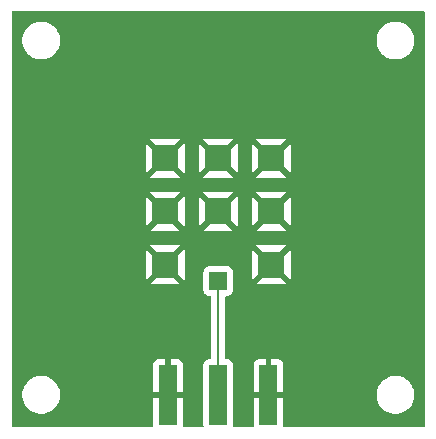
<source format=gbr>
%TF.GenerationSoftware,KiCad,Pcbnew,8.0.3*%
%TF.CreationDate,2024-10-28T17:10:34-04:00*%
%TF.ProjectId,PatchAntennaBreakout,50617463-6841-46e7-9465-6e6e61427265,rev?*%
%TF.SameCoordinates,Original*%
%TF.FileFunction,Copper,L1,Top*%
%TF.FilePolarity,Positive*%
%FSLAX46Y46*%
G04 Gerber Fmt 4.6, Leading zero omitted, Abs format (unit mm)*
G04 Created by KiCad (PCBNEW 8.0.3) date 2024-10-28 17:10:34*
%MOMM*%
%LPD*%
G01*
G04 APERTURE LIST*
%TA.AperFunction,SMDPad,CuDef*%
%ADD10R,1.500000X5.080000*%
%TD*%
%TA.AperFunction,SMDPad,CuDef*%
%ADD11R,1.500000X1.500000*%
%TD*%
%TA.AperFunction,SMDPad,CuDef*%
%ADD12R,2.300000X2.300000*%
%TD*%
%TA.AperFunction,ViaPad*%
%ADD13C,0.600000*%
%TD*%
%TA.AperFunction,Conductor*%
%ADD14C,0.200000*%
%TD*%
G04 APERTURE END LIST*
D10*
%TO.P,J1,1,In*%
%TO.N,Net-(AE1-FEED)*%
X137000000Y-101000000D03*
%TO.P,J1,2,Ext*%
%TO.N,Net-(J1-Ext)*%
X141250000Y-101000000D03*
X132750000Y-101000000D03*
%TD*%
D11*
%TO.P,AE1,1,FEED*%
%TO.N,Net-(AE1-FEED)*%
X137000000Y-91365000D03*
D12*
%TO.P,AE1,2,PCB_Trace*%
%TO.N,Net-(J1-Ext)*%
X132500000Y-89965000D03*
%TO.P,AE1,3,PCB_Trace*%
X141500000Y-89965000D03*
%TO.P,AE1,4,PCB_Trace*%
X132500000Y-85465000D03*
%TO.P,AE1,5,PCB_Trace*%
X137000000Y-85465000D03*
%TO.P,AE1,6,PCB_Trace*%
X141500000Y-85465000D03*
%TO.P,AE1,7,PCB_Trace*%
X132500000Y-80965000D03*
%TO.P,AE1,8,PCB_Trace*%
X137000000Y-80965000D03*
%TO.P,AE1,9,PCB_Trace*%
X141500000Y-80965000D03*
%TD*%
D13*
%TO.N,Net-(J1-Ext)*%
X148000000Y-81000000D03*
X130000000Y-96000000D03*
X137000000Y-70000000D03*
X153000000Y-77000000D03*
X129000000Y-102000000D03*
X126000000Y-89000000D03*
X132000000Y-75000000D03*
X121000000Y-85000000D03*
X153000000Y-93000000D03*
X148000000Y-90000000D03*
X144000000Y-96000000D03*
X121000000Y-93000000D03*
X153000000Y-85000000D03*
X121000000Y-77000000D03*
X129000000Y-70000000D03*
X142000000Y-75000000D03*
X145000000Y-102000000D03*
X126000000Y-81000000D03*
X145000000Y-70000000D03*
%TD*%
D14*
%TO.N,Net-(AE1-FEED)*%
X137000000Y-91365000D02*
X137000000Y-101000000D01*
%TD*%
%TA.AperFunction,Conductor*%
%TO.N,Net-(J1-Ext)*%
G36*
X154442539Y-68520185D02*
G01*
X154488294Y-68572989D01*
X154499500Y-68624500D01*
X154499500Y-103625500D01*
X154479815Y-103692539D01*
X154427011Y-103738294D01*
X154375500Y-103749500D01*
X142620665Y-103749500D01*
X142553626Y-103729815D01*
X142507871Y-103677011D01*
X142497375Y-103612245D01*
X142499999Y-103587828D01*
X142500000Y-103587827D01*
X142500000Y-101250000D01*
X140000000Y-101250000D01*
X140000000Y-103587828D01*
X140002625Y-103612245D01*
X139990219Y-103681005D01*
X139942608Y-103732142D01*
X139879335Y-103749500D01*
X138371169Y-103749500D01*
X138304130Y-103729815D01*
X138258375Y-103677011D01*
X138247879Y-103612247D01*
X138250500Y-103587873D01*
X138250499Y-100874038D01*
X150399500Y-100874038D01*
X150399500Y-101125961D01*
X150438910Y-101374785D01*
X150516760Y-101614383D01*
X150631132Y-101838848D01*
X150779201Y-102042649D01*
X150779205Y-102042654D01*
X150957345Y-102220794D01*
X150957350Y-102220798D01*
X151135117Y-102349952D01*
X151161155Y-102368870D01*
X151304184Y-102441747D01*
X151385616Y-102483239D01*
X151385618Y-102483239D01*
X151385621Y-102483241D01*
X151625215Y-102561090D01*
X151874038Y-102600500D01*
X151874039Y-102600500D01*
X152125961Y-102600500D01*
X152125962Y-102600500D01*
X152374785Y-102561090D01*
X152614379Y-102483241D01*
X152838845Y-102368870D01*
X153042656Y-102220793D01*
X153220793Y-102042656D01*
X153368870Y-101838845D01*
X153483241Y-101614379D01*
X153561090Y-101374785D01*
X153600500Y-101125962D01*
X153600500Y-100874038D01*
X153561090Y-100625215D01*
X153483241Y-100385621D01*
X153483239Y-100385618D01*
X153483239Y-100385616D01*
X153441747Y-100304184D01*
X153368870Y-100161155D01*
X153349952Y-100135117D01*
X153220798Y-99957350D01*
X153220794Y-99957345D01*
X153042654Y-99779205D01*
X153042649Y-99779201D01*
X152838848Y-99631132D01*
X152838847Y-99631131D01*
X152838845Y-99631130D01*
X152768747Y-99595413D01*
X152614383Y-99516760D01*
X152374785Y-99438910D01*
X152125962Y-99399500D01*
X151874038Y-99399500D01*
X151749626Y-99419205D01*
X151625214Y-99438910D01*
X151385616Y-99516760D01*
X151161151Y-99631132D01*
X150957350Y-99779201D01*
X150957345Y-99779205D01*
X150779205Y-99957345D01*
X150779201Y-99957350D01*
X150631132Y-100161151D01*
X150516760Y-100385616D01*
X150438910Y-100625214D01*
X150399500Y-100874038D01*
X138250499Y-100874038D01*
X138250499Y-98412155D01*
X140000000Y-98412155D01*
X140000000Y-100750000D01*
X141000000Y-100750000D01*
X141500000Y-100750000D01*
X142500000Y-100750000D01*
X142500000Y-98412172D01*
X142499999Y-98412155D01*
X142493598Y-98352627D01*
X142493596Y-98352620D01*
X142443354Y-98217913D01*
X142443350Y-98217906D01*
X142357190Y-98102812D01*
X142357187Y-98102809D01*
X142242093Y-98016649D01*
X142242086Y-98016645D01*
X142107379Y-97966403D01*
X142107372Y-97966401D01*
X142047844Y-97960000D01*
X141500000Y-97960000D01*
X141500000Y-100750000D01*
X141000000Y-100750000D01*
X141000000Y-97960000D01*
X140452155Y-97960000D01*
X140392627Y-97966401D01*
X140392620Y-97966403D01*
X140257913Y-98016645D01*
X140257906Y-98016649D01*
X140142812Y-98102809D01*
X140142809Y-98102812D01*
X140056649Y-98217906D01*
X140056645Y-98217913D01*
X140006403Y-98352620D01*
X140006401Y-98352627D01*
X140000000Y-98412155D01*
X138250499Y-98412155D01*
X138250499Y-98412128D01*
X138244091Y-98352517D01*
X138193884Y-98217906D01*
X138193797Y-98217671D01*
X138193793Y-98217664D01*
X138107547Y-98102455D01*
X138107544Y-98102452D01*
X137992335Y-98016206D01*
X137992328Y-98016202D01*
X137857482Y-97965908D01*
X137857483Y-97965908D01*
X137797883Y-97959501D01*
X137797881Y-97959500D01*
X137797873Y-97959500D01*
X137797865Y-97959500D01*
X137724500Y-97959500D01*
X137657461Y-97939815D01*
X137611706Y-97887011D01*
X137600500Y-97835500D01*
X137600500Y-92739499D01*
X137620185Y-92672460D01*
X137672989Y-92626705D01*
X137724500Y-92615499D01*
X137797871Y-92615499D01*
X137797872Y-92615499D01*
X137857483Y-92609091D01*
X137992331Y-92558796D01*
X138107546Y-92472546D01*
X138193796Y-92357331D01*
X138244091Y-92222483D01*
X138250500Y-92162873D01*
X138250500Y-91599722D01*
X140218829Y-91599722D01*
X140242623Y-91608597D01*
X140242627Y-91608598D01*
X140302155Y-91614999D01*
X140302172Y-91615000D01*
X142697828Y-91615000D01*
X142697844Y-91614999D01*
X142757375Y-91608598D01*
X142781170Y-91599723D01*
X142781170Y-91599722D01*
X141500000Y-90318553D01*
X140218829Y-91599722D01*
X138250500Y-91599722D01*
X138250499Y-90567128D01*
X138244091Y-90507517D01*
X138193796Y-90372669D01*
X138193795Y-90372668D01*
X138193793Y-90372664D01*
X138107547Y-90257455D01*
X138107544Y-90257452D01*
X137992335Y-90171206D01*
X137992328Y-90171202D01*
X137857482Y-90120908D01*
X137857483Y-90120908D01*
X137797883Y-90114501D01*
X137797881Y-90114500D01*
X137797873Y-90114500D01*
X137797864Y-90114500D01*
X136202129Y-90114500D01*
X136202123Y-90114501D01*
X136142516Y-90120908D01*
X136007671Y-90171202D01*
X136007664Y-90171206D01*
X135892455Y-90257452D01*
X135892452Y-90257455D01*
X135806206Y-90372664D01*
X135806202Y-90372671D01*
X135755908Y-90507517D01*
X135749501Y-90567116D01*
X135749501Y-90567123D01*
X135749500Y-90567135D01*
X135749500Y-92162870D01*
X135749501Y-92162876D01*
X135755908Y-92222483D01*
X135806202Y-92357328D01*
X135806206Y-92357335D01*
X135892452Y-92472544D01*
X135892455Y-92472547D01*
X136007664Y-92558793D01*
X136007671Y-92558797D01*
X136052618Y-92575561D01*
X136142517Y-92609091D01*
X136202127Y-92615500D01*
X136275500Y-92615499D01*
X136342538Y-92635183D01*
X136388294Y-92687986D01*
X136399500Y-92739499D01*
X136399500Y-97835500D01*
X136379815Y-97902539D01*
X136327011Y-97948294D01*
X136275502Y-97959500D01*
X136202130Y-97959500D01*
X136202123Y-97959501D01*
X136142516Y-97965908D01*
X136007671Y-98016202D01*
X136007664Y-98016206D01*
X135892455Y-98102452D01*
X135892452Y-98102455D01*
X135806206Y-98217664D01*
X135806202Y-98217671D01*
X135755908Y-98352517D01*
X135749501Y-98412116D01*
X135749501Y-98412123D01*
X135749500Y-98412135D01*
X135749500Y-103587870D01*
X135749501Y-103587876D01*
X135752121Y-103612247D01*
X135739714Y-103681006D01*
X135692103Y-103732143D01*
X135628831Y-103749500D01*
X134120665Y-103749500D01*
X134053626Y-103729815D01*
X134007871Y-103677011D01*
X133997375Y-103612245D01*
X133999999Y-103587828D01*
X134000000Y-103587827D01*
X134000000Y-101250000D01*
X131500000Y-101250000D01*
X131500000Y-103587828D01*
X131502625Y-103612245D01*
X131490219Y-103681005D01*
X131442608Y-103732142D01*
X131379335Y-103749500D01*
X119624500Y-103749500D01*
X119557461Y-103729815D01*
X119511706Y-103677011D01*
X119500500Y-103625500D01*
X119500500Y-100874038D01*
X120399500Y-100874038D01*
X120399500Y-101125961D01*
X120438910Y-101374785D01*
X120516760Y-101614383D01*
X120631132Y-101838848D01*
X120779201Y-102042649D01*
X120779205Y-102042654D01*
X120957345Y-102220794D01*
X120957350Y-102220798D01*
X121135117Y-102349952D01*
X121161155Y-102368870D01*
X121304184Y-102441747D01*
X121385616Y-102483239D01*
X121385618Y-102483239D01*
X121385621Y-102483241D01*
X121625215Y-102561090D01*
X121874038Y-102600500D01*
X121874039Y-102600500D01*
X122125961Y-102600500D01*
X122125962Y-102600500D01*
X122374785Y-102561090D01*
X122614379Y-102483241D01*
X122838845Y-102368870D01*
X123042656Y-102220793D01*
X123220793Y-102042656D01*
X123368870Y-101838845D01*
X123483241Y-101614379D01*
X123561090Y-101374785D01*
X123600500Y-101125962D01*
X123600500Y-100874038D01*
X123561090Y-100625215D01*
X123483241Y-100385621D01*
X123483239Y-100385618D01*
X123483239Y-100385616D01*
X123441747Y-100304184D01*
X123368870Y-100161155D01*
X123349952Y-100135117D01*
X123220798Y-99957350D01*
X123220794Y-99957345D01*
X123042654Y-99779205D01*
X123042649Y-99779201D01*
X122838848Y-99631132D01*
X122838847Y-99631131D01*
X122838845Y-99631130D01*
X122768747Y-99595413D01*
X122614383Y-99516760D01*
X122374785Y-99438910D01*
X122125962Y-99399500D01*
X121874038Y-99399500D01*
X121749626Y-99419205D01*
X121625214Y-99438910D01*
X121385616Y-99516760D01*
X121161151Y-99631132D01*
X120957350Y-99779201D01*
X120957345Y-99779205D01*
X120779205Y-99957345D01*
X120779201Y-99957350D01*
X120631132Y-100161151D01*
X120516760Y-100385616D01*
X120438910Y-100625214D01*
X120399500Y-100874038D01*
X119500500Y-100874038D01*
X119500500Y-98412155D01*
X131500000Y-98412155D01*
X131500000Y-100750000D01*
X132500000Y-100750000D01*
X133000000Y-100750000D01*
X134000000Y-100750000D01*
X134000000Y-98412172D01*
X133999999Y-98412155D01*
X133993598Y-98352627D01*
X133993596Y-98352620D01*
X133943354Y-98217913D01*
X133943350Y-98217906D01*
X133857190Y-98102812D01*
X133857187Y-98102809D01*
X133742093Y-98016649D01*
X133742086Y-98016645D01*
X133607379Y-97966403D01*
X133607372Y-97966401D01*
X133547844Y-97960000D01*
X133000000Y-97960000D01*
X133000000Y-100750000D01*
X132500000Y-100750000D01*
X132500000Y-97960000D01*
X131952155Y-97960000D01*
X131892627Y-97966401D01*
X131892620Y-97966403D01*
X131757913Y-98016645D01*
X131757906Y-98016649D01*
X131642812Y-98102809D01*
X131642809Y-98102812D01*
X131556649Y-98217906D01*
X131556645Y-98217913D01*
X131506403Y-98352620D01*
X131506401Y-98352627D01*
X131500000Y-98412155D01*
X119500500Y-98412155D01*
X119500500Y-91599722D01*
X131218829Y-91599722D01*
X131242623Y-91608597D01*
X131242627Y-91608598D01*
X131302155Y-91614999D01*
X131302172Y-91615000D01*
X133697828Y-91615000D01*
X133697844Y-91614999D01*
X133757375Y-91608598D01*
X133781170Y-91599723D01*
X133781170Y-91599722D01*
X132500000Y-90318553D01*
X131218829Y-91599722D01*
X119500500Y-91599722D01*
X119500500Y-88767157D01*
X130850000Y-88767157D01*
X130850000Y-91162844D01*
X130856401Y-91222373D01*
X130865276Y-91246170D01*
X132146447Y-89965000D01*
X132146447Y-89964999D01*
X132853553Y-89964999D01*
X132853553Y-89965000D01*
X134134722Y-91246170D01*
X134134723Y-91246170D01*
X134143598Y-91222375D01*
X134149999Y-91162844D01*
X134150000Y-91162827D01*
X134150000Y-88767172D01*
X134149999Y-88767157D01*
X139850000Y-88767157D01*
X139850000Y-91162844D01*
X139856401Y-91222373D01*
X139865276Y-91246170D01*
X141146447Y-89965000D01*
X141146447Y-89964999D01*
X141853553Y-89964999D01*
X141853553Y-89965001D01*
X143134722Y-91246170D01*
X143134723Y-91246170D01*
X143143598Y-91222375D01*
X143149999Y-91162844D01*
X143150000Y-91162827D01*
X143150000Y-88767172D01*
X143149999Y-88767155D01*
X143143598Y-88707627D01*
X143143597Y-88707623D01*
X143134722Y-88683829D01*
X141853553Y-89964999D01*
X141146447Y-89964999D01*
X139865277Y-88683829D01*
X139865274Y-88683829D01*
X139856404Y-88707615D01*
X139856401Y-88707625D01*
X139850000Y-88767157D01*
X134149999Y-88767157D01*
X134149999Y-88767155D01*
X134143598Y-88707627D01*
X134143597Y-88707623D01*
X134134722Y-88683829D01*
X132853553Y-89964999D01*
X132146447Y-89964999D01*
X130865277Y-88683829D01*
X130865274Y-88683829D01*
X130856404Y-88707615D01*
X130856401Y-88707625D01*
X130850000Y-88767157D01*
X119500500Y-88767157D01*
X119500500Y-88330274D01*
X131218829Y-88330274D01*
X131218829Y-88330277D01*
X132500000Y-89611447D01*
X132500001Y-89611447D01*
X133781170Y-88330276D01*
X133781165Y-88330274D01*
X140218829Y-88330274D01*
X140218829Y-88330277D01*
X141500000Y-89611447D01*
X141500001Y-89611447D01*
X142781170Y-88330276D01*
X142757373Y-88321401D01*
X142697844Y-88315000D01*
X140302157Y-88315000D01*
X140242625Y-88321401D01*
X140242615Y-88321404D01*
X140218829Y-88330274D01*
X133781165Y-88330274D01*
X133757373Y-88321401D01*
X133697844Y-88315000D01*
X131302157Y-88315000D01*
X131242625Y-88321401D01*
X131242615Y-88321404D01*
X131218829Y-88330274D01*
X119500500Y-88330274D01*
X119500500Y-87099722D01*
X131218829Y-87099722D01*
X131242623Y-87108597D01*
X131242627Y-87108598D01*
X131302155Y-87114999D01*
X131302172Y-87115000D01*
X133697828Y-87115000D01*
X133697844Y-87114999D01*
X133757375Y-87108598D01*
X133781170Y-87099723D01*
X133781170Y-87099722D01*
X135718829Y-87099722D01*
X135742623Y-87108597D01*
X135742627Y-87108598D01*
X135802155Y-87114999D01*
X135802172Y-87115000D01*
X138197828Y-87115000D01*
X138197844Y-87114999D01*
X138257375Y-87108598D01*
X138281170Y-87099723D01*
X138281170Y-87099722D01*
X140218829Y-87099722D01*
X140242623Y-87108597D01*
X140242627Y-87108598D01*
X140302155Y-87114999D01*
X140302172Y-87115000D01*
X142697828Y-87115000D01*
X142697844Y-87114999D01*
X142757375Y-87108598D01*
X142781170Y-87099723D01*
X142781170Y-87099722D01*
X141500000Y-85818553D01*
X140218829Y-87099722D01*
X138281170Y-87099722D01*
X137000000Y-85818553D01*
X135718829Y-87099722D01*
X133781170Y-87099722D01*
X132500000Y-85818553D01*
X131218829Y-87099722D01*
X119500500Y-87099722D01*
X119500500Y-84267157D01*
X130850000Y-84267157D01*
X130850000Y-86662844D01*
X130856401Y-86722373D01*
X130865276Y-86746170D01*
X132146447Y-85465000D01*
X132146447Y-85464999D01*
X132853553Y-85464999D01*
X132853553Y-85465000D01*
X134134722Y-86746170D01*
X134134723Y-86746170D01*
X134143598Y-86722375D01*
X134149999Y-86662844D01*
X134150000Y-86662827D01*
X134150000Y-84267172D01*
X134149999Y-84267157D01*
X135350000Y-84267157D01*
X135350000Y-86662844D01*
X135356401Y-86722373D01*
X135365276Y-86746170D01*
X136646447Y-85465000D01*
X136646447Y-85464999D01*
X137353553Y-85464999D01*
X137353553Y-85465001D01*
X138634722Y-86746170D01*
X138634723Y-86746170D01*
X138643598Y-86722375D01*
X138649999Y-86662844D01*
X138650000Y-86662827D01*
X138650000Y-84267172D01*
X138649999Y-84267157D01*
X139850000Y-84267157D01*
X139850000Y-86662844D01*
X139856401Y-86722373D01*
X139865276Y-86746170D01*
X141146447Y-85465000D01*
X141146447Y-85464999D01*
X141853553Y-85464999D01*
X141853553Y-85465001D01*
X143134722Y-86746170D01*
X143134723Y-86746170D01*
X143143598Y-86722375D01*
X143149999Y-86662844D01*
X143150000Y-86662827D01*
X143150000Y-84267172D01*
X143149999Y-84267155D01*
X143143598Y-84207627D01*
X143143597Y-84207623D01*
X143134722Y-84183829D01*
X141853553Y-85464999D01*
X141146447Y-85464999D01*
X139865277Y-84183829D01*
X139865274Y-84183829D01*
X139856404Y-84207615D01*
X139856401Y-84207625D01*
X139850000Y-84267157D01*
X138649999Y-84267157D01*
X138649999Y-84267155D01*
X138643598Y-84207627D01*
X138643597Y-84207623D01*
X138634722Y-84183829D01*
X137353553Y-85464999D01*
X136646447Y-85464999D01*
X135365277Y-84183829D01*
X135365274Y-84183829D01*
X135356404Y-84207615D01*
X135356401Y-84207625D01*
X135350000Y-84267157D01*
X134149999Y-84267157D01*
X134149999Y-84267155D01*
X134143598Y-84207627D01*
X134143597Y-84207623D01*
X134134722Y-84183829D01*
X132853553Y-85464999D01*
X132146447Y-85464999D01*
X130865277Y-84183829D01*
X130865274Y-84183829D01*
X130856404Y-84207615D01*
X130856401Y-84207625D01*
X130850000Y-84267157D01*
X119500500Y-84267157D01*
X119500500Y-83830274D01*
X131218829Y-83830274D01*
X131218829Y-83830277D01*
X132500000Y-85111447D01*
X132500001Y-85111447D01*
X133781170Y-83830276D01*
X133781165Y-83830274D01*
X135718829Y-83830274D01*
X135718829Y-83830277D01*
X137000000Y-85111447D01*
X137000001Y-85111447D01*
X138281170Y-83830276D01*
X138281165Y-83830274D01*
X140218829Y-83830274D01*
X140218829Y-83830277D01*
X141500000Y-85111447D01*
X141500001Y-85111447D01*
X142781170Y-83830276D01*
X142757373Y-83821401D01*
X142697844Y-83815000D01*
X140302157Y-83815000D01*
X140242625Y-83821401D01*
X140242615Y-83821404D01*
X140218829Y-83830274D01*
X138281165Y-83830274D01*
X138257373Y-83821401D01*
X138197844Y-83815000D01*
X135802157Y-83815000D01*
X135742625Y-83821401D01*
X135742615Y-83821404D01*
X135718829Y-83830274D01*
X133781165Y-83830274D01*
X133757373Y-83821401D01*
X133697844Y-83815000D01*
X131302157Y-83815000D01*
X131242625Y-83821401D01*
X131242615Y-83821404D01*
X131218829Y-83830274D01*
X119500500Y-83830274D01*
X119500500Y-82599722D01*
X131218829Y-82599722D01*
X131242623Y-82608597D01*
X131242627Y-82608598D01*
X131302155Y-82614999D01*
X131302172Y-82615000D01*
X133697828Y-82615000D01*
X133697844Y-82614999D01*
X133757375Y-82608598D01*
X133781170Y-82599723D01*
X133781170Y-82599722D01*
X135718829Y-82599722D01*
X135742623Y-82608597D01*
X135742627Y-82608598D01*
X135802155Y-82614999D01*
X135802172Y-82615000D01*
X138197828Y-82615000D01*
X138197844Y-82614999D01*
X138257375Y-82608598D01*
X138281170Y-82599723D01*
X138281170Y-82599722D01*
X140218829Y-82599722D01*
X140242623Y-82608597D01*
X140242627Y-82608598D01*
X140302155Y-82614999D01*
X140302172Y-82615000D01*
X142697828Y-82615000D01*
X142697844Y-82614999D01*
X142757375Y-82608598D01*
X142781170Y-82599723D01*
X142781170Y-82599722D01*
X141500000Y-81318553D01*
X140218829Y-82599722D01*
X138281170Y-82599722D01*
X137000000Y-81318553D01*
X135718829Y-82599722D01*
X133781170Y-82599722D01*
X132500000Y-81318553D01*
X131218829Y-82599722D01*
X119500500Y-82599722D01*
X119500500Y-79767157D01*
X130850000Y-79767157D01*
X130850000Y-82162844D01*
X130856401Y-82222373D01*
X130865276Y-82246170D01*
X132146447Y-80965000D01*
X132146447Y-80964999D01*
X132853553Y-80964999D01*
X132853553Y-80965000D01*
X134134722Y-82246170D01*
X134134723Y-82246170D01*
X134143598Y-82222375D01*
X134149999Y-82162844D01*
X134150000Y-82162827D01*
X134150000Y-79767172D01*
X134149999Y-79767157D01*
X135350000Y-79767157D01*
X135350000Y-82162844D01*
X135356401Y-82222373D01*
X135365276Y-82246170D01*
X136646447Y-80965000D01*
X136646447Y-80964999D01*
X137353553Y-80964999D01*
X137353553Y-80965001D01*
X138634722Y-82246170D01*
X138634723Y-82246170D01*
X138643598Y-82222375D01*
X138649999Y-82162844D01*
X138650000Y-82162827D01*
X138650000Y-79767172D01*
X138649999Y-79767157D01*
X139850000Y-79767157D01*
X139850000Y-82162844D01*
X139856401Y-82222373D01*
X139865276Y-82246170D01*
X141146447Y-80965000D01*
X141146447Y-80964999D01*
X141853553Y-80964999D01*
X141853553Y-80965001D01*
X143134722Y-82246170D01*
X143134723Y-82246170D01*
X143143598Y-82222375D01*
X143149999Y-82162844D01*
X143150000Y-82162827D01*
X143150000Y-79767172D01*
X143149999Y-79767155D01*
X143143598Y-79707627D01*
X143143597Y-79707623D01*
X143134722Y-79683829D01*
X141853553Y-80964999D01*
X141146447Y-80964999D01*
X139865277Y-79683829D01*
X139865274Y-79683829D01*
X139856404Y-79707615D01*
X139856401Y-79707625D01*
X139850000Y-79767157D01*
X138649999Y-79767157D01*
X138649999Y-79767155D01*
X138643598Y-79707627D01*
X138643597Y-79707623D01*
X138634722Y-79683829D01*
X137353553Y-80964999D01*
X136646447Y-80964999D01*
X135365277Y-79683829D01*
X135365274Y-79683829D01*
X135356404Y-79707615D01*
X135356401Y-79707625D01*
X135350000Y-79767157D01*
X134149999Y-79767157D01*
X134149999Y-79767155D01*
X134143598Y-79707627D01*
X134143597Y-79707623D01*
X134134722Y-79683829D01*
X132853553Y-80964999D01*
X132146447Y-80964999D01*
X130865277Y-79683829D01*
X130865274Y-79683829D01*
X130856404Y-79707615D01*
X130856401Y-79707625D01*
X130850000Y-79767157D01*
X119500500Y-79767157D01*
X119500500Y-79330274D01*
X131218829Y-79330274D01*
X131218829Y-79330277D01*
X132500000Y-80611447D01*
X132500001Y-80611447D01*
X133781170Y-79330276D01*
X133781165Y-79330274D01*
X135718829Y-79330274D01*
X135718829Y-79330277D01*
X137000000Y-80611447D01*
X137000001Y-80611447D01*
X138281170Y-79330276D01*
X138281165Y-79330274D01*
X140218829Y-79330274D01*
X140218829Y-79330277D01*
X141500000Y-80611447D01*
X141500001Y-80611447D01*
X142781170Y-79330276D01*
X142757373Y-79321401D01*
X142697844Y-79315000D01*
X140302157Y-79315000D01*
X140242625Y-79321401D01*
X140242615Y-79321404D01*
X140218829Y-79330274D01*
X138281165Y-79330274D01*
X138257373Y-79321401D01*
X138197844Y-79315000D01*
X135802157Y-79315000D01*
X135742625Y-79321401D01*
X135742615Y-79321404D01*
X135718829Y-79330274D01*
X133781165Y-79330274D01*
X133757373Y-79321401D01*
X133697844Y-79315000D01*
X131302157Y-79315000D01*
X131242625Y-79321401D01*
X131242615Y-79321404D01*
X131218829Y-79330274D01*
X119500500Y-79330274D01*
X119500500Y-70874038D01*
X120399500Y-70874038D01*
X120399500Y-71125961D01*
X120438910Y-71374785D01*
X120516760Y-71614383D01*
X120631132Y-71838848D01*
X120779201Y-72042649D01*
X120779205Y-72042654D01*
X120957345Y-72220794D01*
X120957350Y-72220798D01*
X121135117Y-72349952D01*
X121161155Y-72368870D01*
X121304184Y-72441747D01*
X121385616Y-72483239D01*
X121385618Y-72483239D01*
X121385621Y-72483241D01*
X121625215Y-72561090D01*
X121874038Y-72600500D01*
X121874039Y-72600500D01*
X122125961Y-72600500D01*
X122125962Y-72600500D01*
X122374785Y-72561090D01*
X122614379Y-72483241D01*
X122838845Y-72368870D01*
X123042656Y-72220793D01*
X123220793Y-72042656D01*
X123368870Y-71838845D01*
X123483241Y-71614379D01*
X123561090Y-71374785D01*
X123600500Y-71125962D01*
X123600500Y-70874038D01*
X150399500Y-70874038D01*
X150399500Y-71125961D01*
X150438910Y-71374785D01*
X150516760Y-71614383D01*
X150631132Y-71838848D01*
X150779201Y-72042649D01*
X150779205Y-72042654D01*
X150957345Y-72220794D01*
X150957350Y-72220798D01*
X151135117Y-72349952D01*
X151161155Y-72368870D01*
X151304184Y-72441747D01*
X151385616Y-72483239D01*
X151385618Y-72483239D01*
X151385621Y-72483241D01*
X151625215Y-72561090D01*
X151874038Y-72600500D01*
X151874039Y-72600500D01*
X152125961Y-72600500D01*
X152125962Y-72600500D01*
X152374785Y-72561090D01*
X152614379Y-72483241D01*
X152838845Y-72368870D01*
X153042656Y-72220793D01*
X153220793Y-72042656D01*
X153368870Y-71838845D01*
X153483241Y-71614379D01*
X153561090Y-71374785D01*
X153600500Y-71125962D01*
X153600500Y-70874038D01*
X153561090Y-70625215D01*
X153483241Y-70385621D01*
X153483239Y-70385618D01*
X153483239Y-70385616D01*
X153441747Y-70304184D01*
X153368870Y-70161155D01*
X153349952Y-70135117D01*
X153220798Y-69957350D01*
X153220794Y-69957345D01*
X153042654Y-69779205D01*
X153042649Y-69779201D01*
X152838848Y-69631132D01*
X152838847Y-69631131D01*
X152838845Y-69631130D01*
X152768747Y-69595413D01*
X152614383Y-69516760D01*
X152374785Y-69438910D01*
X152125962Y-69399500D01*
X151874038Y-69399500D01*
X151749626Y-69419205D01*
X151625214Y-69438910D01*
X151385616Y-69516760D01*
X151161151Y-69631132D01*
X150957350Y-69779201D01*
X150957345Y-69779205D01*
X150779205Y-69957345D01*
X150779201Y-69957350D01*
X150631132Y-70161151D01*
X150516760Y-70385616D01*
X150438910Y-70625214D01*
X150399500Y-70874038D01*
X123600500Y-70874038D01*
X123561090Y-70625215D01*
X123483241Y-70385621D01*
X123483239Y-70385618D01*
X123483239Y-70385616D01*
X123441747Y-70304184D01*
X123368870Y-70161155D01*
X123349952Y-70135117D01*
X123220798Y-69957350D01*
X123220794Y-69957345D01*
X123042654Y-69779205D01*
X123042649Y-69779201D01*
X122838848Y-69631132D01*
X122838847Y-69631131D01*
X122838845Y-69631130D01*
X122768747Y-69595413D01*
X122614383Y-69516760D01*
X122374785Y-69438910D01*
X122125962Y-69399500D01*
X121874038Y-69399500D01*
X121749626Y-69419205D01*
X121625214Y-69438910D01*
X121385616Y-69516760D01*
X121161151Y-69631132D01*
X120957350Y-69779201D01*
X120957345Y-69779205D01*
X120779205Y-69957345D01*
X120779201Y-69957350D01*
X120631132Y-70161151D01*
X120516760Y-70385616D01*
X120438910Y-70625214D01*
X120399500Y-70874038D01*
X119500500Y-70874038D01*
X119500500Y-68624500D01*
X119520185Y-68557461D01*
X119572989Y-68511706D01*
X119624500Y-68500500D01*
X154375500Y-68500500D01*
X154442539Y-68520185D01*
G37*
%TD.AperFunction*%
%TD*%
M02*

</source>
